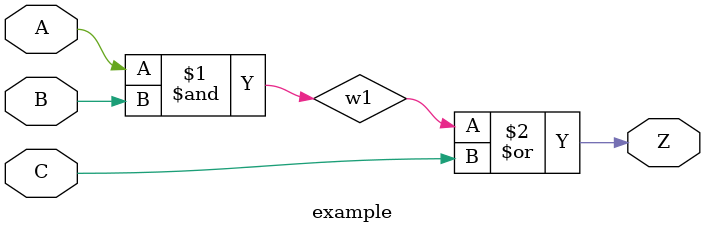
<source format=v>
module example(input A,B,C, output Z);

wire w1;

and a1(w1,A,B);
or o2(Z,w1,C);
	
endmodule


</source>
